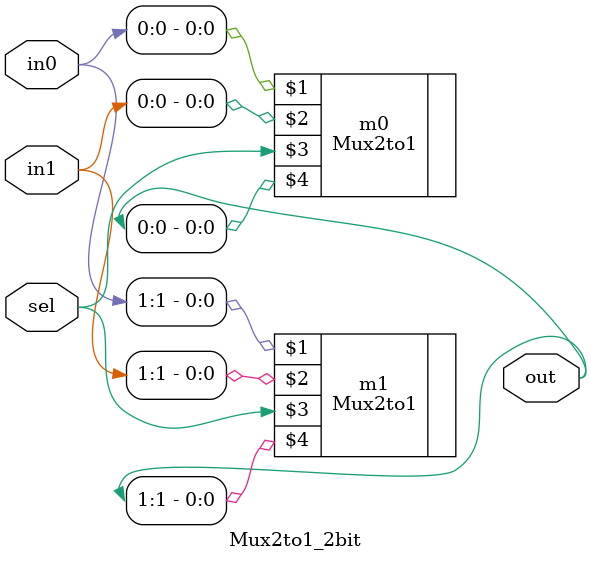
<source format=v>
module Mux2to1_2bit (in0, in1, sel, out);
  input [1:0] in0, in1;
  input sel;
  output [1:0] out;

  Mux2to1 m0 (in0[0], in1[0], sel, out[0]);
  Mux2to1 m1 (in0[1], in1[1], sel, out[1]);
endmodule
</source>
